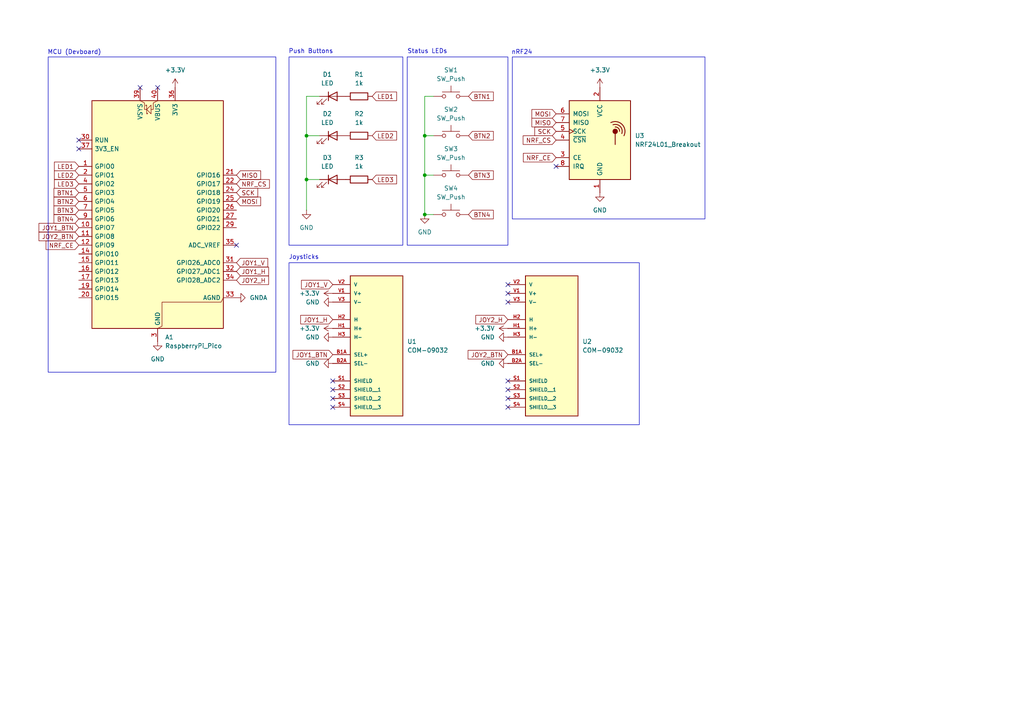
<source format=kicad_sch>
(kicad_sch (version 20250114) (generator "eeschema") (generator_version "9.0")
  (paper "A4")
  (lib_symbols
    (symbol "Device:LED" (pin_numbers (hide yes)) (pin_names (offset 1.016) (hide yes))
      (property "Reference" "D" (at 0 2.54 0))
      (property "Value" "LED" (at 0 -2.54 0))
      (symbol "LED_0_1"
        (polyline (pts (xy -3.048 -0.762) (xy -4.572 -2.286) (xy -3.81 -2.286) (xy -4.572 -2.286) (xy -4.572 -1.524)))
        (polyline (pts (xy -1.778 -0.762) (xy -3.302 -2.286) (xy -2.54 -2.286) (xy -3.302 -2.286) (xy -3.302 -1.524)))
        (polyline (pts (xy -1.27 0) (xy 1.27 0)))
        (polyline (pts (xy -1.27 -1.27) (xy -1.27 1.27)) (stroke (width 0.254)))
        (polyline (pts (xy 1.27 -1.27) (xy 1.27 1.27) (xy -1.27 0) (xy 1.27 -1.27)) (stroke (width 0.254)))
      )
      (symbol "LED_1_1"
        (pin passive line (at -3.81 0 0) (length 2.54) (name "K") (number "1"))
        (pin passive line (at 3.81 0 180) (length 2.54) (name "A") (number "2"))
      )
    )
    (symbol "Device:R" (pin_numbers (hide yes)) (pin_names (offset 0))
      (property "Reference" "R" (at 2.032 0 90))
      (property "Value" "R" (at 0 0 90))
      (symbol "R_0_1"
        (rectangle (start -1.016 -2.54) (end 1.016 2.54) (stroke (width 0.254)))
      )
      (symbol "R_1_1"
        (pin passive line (at 0 3.81 270) (length 1.27) (name "~") (number "1"))
        (pin passive line (at 0 -3.81 90) (length 1.27) (name "~") (number "2"))
      )
    )
    (symbol "MCU_Module:RaspberryPi_Pico" (pin_names (offset 0.762))
      (property "Reference" "A" (at -19.05 35.56 0))
      (property "Value" "RaspberryPi_Pico" (at 7.62 35.56 0))
      (symbol "RaspberryPi_Pico_0_1"
        (rectangle (start -19.05 34.29) (end 19.05 -31.75) (stroke (width 0.254)) (fill (type background)))
        (polyline (pts (xy -5.08 34.29) (xy -3.81 33.655) (xy -3.81 31.75) (xy -3.175 31.75)))
        (polyline (pts (xy -3.429 32.766) (xy -3.429 33.02) (xy -3.175 33.02) (xy -3.175 30.48) (xy -2.921 30.48) (xy -2.921 30.734)))
        (polyline (pts (xy -3.175 31.75) (xy -1.905 33.02) (xy -1.905 30.48) (xy -3.175 31.75)))
        (polyline (pts (xy 0 34.29) (xy -1.27 33.655) (xy -1.27 31.75) (xy -1.905 31.75)))
        (polyline (pts (xy 0 -31.75) (xy 1.27 -31.115) (xy 1.27 -24.13) (xy 18.415 -24.13) (xy 19.05 -22.86)))
      )
      (symbol "RaspberryPi_Pico_1_1"
        (pin passive line (at -22.86 22.86 0) (length 3.81) (name "RUN") (number "30"))
        (pin passive line (at -22.86 20.32 0) (length 3.81) (name "3V3_EN") (number "37"))
        (pin bidirectional line (at -22.86 15.24 0) (length 3.81) (name "GPIO0") (number "1"))
        (pin bidirectional line (at -22.86 12.7 0) (length 3.81) (name "GPIO1") (number "2"))
        (pin bidirectional line (at -22.86 10.16 0) (length 3.81) (name "GPIO2") (number "4"))
        (pin bidirectional line (at -22.86 7.62 0) (length 3.81) (name "GPIO3") (number "5"))
        (pin bidirectional line (at -22.86 5.08 0) (length 3.81) (name "GPIO4") (number "6"))
        (pin bidirectional line (at -22.86 2.54 0) (length 3.81) (name "GPIO5") (number "7"))
        (pin bidirectional line (at -22.86 0 0) (length 3.81) (name "GPIO6") (number "9"))
        (pin bidirectional line (at -22.86 -2.54 0) (length 3.81) (name "GPIO7") (number "10"))
        (pin bidirectional line (at -22.86 -5.08 0) (length 3.81) (name "GPIO8") (number "11"))
        (pin bidirectional line (at -22.86 -7.62 0) (length 3.81) (name "GPIO9") (number "12"))
        (pin bidirectional line (at -22.86 -10.16 0) (length 3.81) (name "GPIO10") (number "14"))
        (pin bidirectional line (at -22.86 -12.7 0) (length 3.81) (name "GPIO11") (number "15"))
        (pin bidirectional line (at -22.86 -15.24 0) (length 3.81) (name "GPIO12") (number "16"))
        (pin bidirectional line (at -22.86 -17.78 0) (length 3.81) (name "GPIO13") (number "17"))
        (pin bidirectional line (at -22.86 -20.32 0) (length 3.81) (name "GPIO14") (number "19"))
        (pin bidirectional line (at -22.86 -22.86 0) (length 3.81) (name "GPIO15") (number "20"))
        (pin power_in line (at -5.08 38.1 270) (length 3.81) (name "VSYS") (number "39"))
        (pin power_out line (at 0 38.1 270) (length 3.81) (name "VBUS") (number "40"))
        (pin passive line (at 0 -35.56 90) (length 3.81) (hide yes) (name "GND") (number "13"))
        (pin passive line (at 0 -35.56 90) (length 3.81) (hide yes) (name "GND") (number "18"))
        (pin passive line (at 0 -35.56 90) (length 3.81) (hide yes) (name "GND") (number "23"))
        (pin passive line (at 0 -35.56 90) (length 3.81) (hide yes) (name "GND") (number "28"))
        (pin power_out line (at 0 -35.56 90) (length 3.81) (name "GND") (number "3"))
        (pin passive line (at 0 -35.56 90) (length 3.81) (hide yes) (name "GND") (number "38"))
        (pin passive line (at 0 -35.56 90) (length 3.81) (hide yes) (name "GND") (number "8"))
        (pin power_out line (at 5.08 38.1 270) (length 3.81) (name "3V3") (number "36"))
        (pin bidirectional line (at 22.86 12.7 180) (length 3.81) (name "GPIO16") (number "21"))
        (pin bidirectional line (at 22.86 10.16 180) (length 3.81) (name "GPIO17") (number "22"))
        (pin bidirectional line (at 22.86 7.62 180) (length 3.81) (name "GPIO18") (number "24"))
        (pin bidirectional line (at 22.86 5.08 180) (length 3.81) (name "GPIO19") (number "25"))
        (pin bidirectional line (at 22.86 2.54 180) (length 3.81) (name "GPIO20") (number "26"))
        (pin bidirectional line (at 22.86 0 180) (length 3.81) (name "GPIO21") (number "27"))
        (pin bidirectional line (at 22.86 -2.54 180) (length 3.81) (name "GPIO22") (number "29"))
        (pin power_in line (at 22.86 -7.62 180) (length 3.81) (name "ADC_VREF") (number "35"))
        (pin bidirectional line (at 22.86 -12.7 180) (length 3.81) (name "GPIO26_ADC0") (number "31"))
        (pin bidirectional line (at 22.86 -15.24 180) (length 3.81) (name "GPIO27_ADC1") (number "32"))
        (pin bidirectional line (at 22.86 -17.78 180) (length 3.81) (name "GPIO28_ADC2") (number "34"))
        (pin power_out line (at 22.86 -22.86 180) (length 3.81) (name "AGND") (number "33"))
      )
    )
    (symbol "RF:NRF24L01_Breakout" (pin_names (offset 1.016))
      (property "Reference" "U" (at -8.89 12.7 0))
      (property "Value" "NRF24L01_Breakout" (at 3.81 12.7 0))
      (symbol "NRF24L01_Breakout_0_1"
        (rectangle (start -8.89 11.43) (end 8.89 -11.43) (stroke (width 0.254)) (fill (type background)))
        (arc (start 3.175 5.08) (mid 6.453 4.548) (end 6.985 1.27) (stroke (width 0.254)))
        (circle (center 4.445 2.54) (radius 0.635) (stroke (width 0.254)) (fill (type outline)))
        (polyline (pts (xy 4.445 1.905) (xy 4.445 -1.27)) (stroke (width 0.254)))
        (arc (start 3.81 4.445) (mid 5.8835 3.9785) (end 6.35 1.905) (stroke (width 0.254)))
        (arc (start 4.445 3.81) (mid 5.3558 3.4508) (end 5.715 2.54) (stroke (width 0.254)))
      )
      (symbol "NRF24L01_Breakout_1_1"
        (pin input line (at -12.7 7.62 0) (length 3.81) (name "MOSI") (number "6"))
        (pin output line (at -12.7 5.08 0) (length 3.81) (name "MISO") (number "7"))
        (pin input clock (at -12.7 2.54 0) (length 3.81) (name "SCK") (number "5"))
        (pin input line (at -12.7 0 0) (length 3.81) (name "~{CSN}") (number "4"))
        (pin input line (at -12.7 -5.08 0) (length 3.81) (name "CE") (number "3"))
        (pin output line (at -12.7 -7.62 0) (length 3.81) (name "IRQ") (number "8"))
        (pin power_in line (at 0 15.24 270) (length 3.81) (name "VCC") (number "2"))
        (pin power_in line (at 0 -15.24 90) (length 3.81) (name "GND") (number "1"))
      )
    )
    (symbol "Switch:SW_Push" (pin_numbers (hide yes)) (pin_names (offset 1.016) (hide yes))
      (property "Reference" "SW" (at 1.27 2.54 0))
      (property "Value" "SW_Push" (at 0 -1.524 0))
      (symbol "SW_Push_0_1"
        (circle (center -2.032 0) (radius 0.508))
        (polyline (pts (xy 0 1.27) (xy 0 3.048)))
        (circle (center 2.032 0) (radius 0.508))
        (polyline (pts (xy 2.54 1.27) (xy -2.54 1.27)))
        (pin passive line (at -5.08 0 0) (length 2.54) (name "1") (number "1"))
        (pin passive line (at 5.08 0 180) (length 2.54) (name "2") (number "2"))
      )
    )
    (symbol "power:+3.3V" (power) (pin_numbers (hide yes)) (pin_names (offset 0) (hide yes))
      (property "Value" "+3.3V" (at 0 3.556 0))
      (symbol "+3.3V_0_1"
        (polyline (pts (xy -0.762 1.27) (xy 0 2.54)))
        (polyline (pts (xy 0 2.54) (xy 0.762 1.27)))
        (polyline (pts (xy 0 0) (xy 0 2.54)))
      )
      (symbol "+3.3V_1_1"
        (pin power_in line (at 0 0 90) (length 0) (name "~") (number "1"))
      )
    )
    (symbol "power:GND" (power) (pin_numbers (hide yes)) (pin_names (offset 0) (hide yes))
      (property "Value" "GND" (at 0 -3.81 0))
      (symbol "GND_0_1"
        (polyline (pts (xy 0 0) (xy 0 -1.27) (xy 1.27 -1.27) (xy 0 -2.54) (xy -1.27 -1.27) (xy 0 -1.27)))
      )
      (symbol "GND_1_1"
        (pin power_in line (at 0 0 270) (length 0) (name "~") (number "1"))
      )
    )
    (symbol "power:GNDA" (power) (pin_numbers (hide yes)) (pin_names (offset 0) (hide yes))
      (property "Value" "GNDA" (at 0 -3.81 0))
      (symbol "GNDA_0_1"
        (polyline (pts (xy 0 0) (xy 0 -1.27) (xy 1.27 -1.27) (xy 0 -2.54) (xy -1.27 -1.27) (xy 0 -1.27)))
      )
      (symbol "GNDA_1_1"
        (pin power_in line (at 0 0 270) (length 0) (name "~") (number "1"))
      )
    )
    (symbol "stuff:COM-09032" (pin_names (offset 1.016))
      (property "Reference" "U" (at -7.62 16.002 0))
      (property "Value" "COM-09032" (at -7.62 -27.94 0))
      (symbol "COM-09032_0_0"
        (rectangle (start -7.62 -25.4) (end 7.62 15.24) (stroke (width 0.254)) (fill (type background)))
        (pin passive line (at -12.7 12.7 0) (length 5.08) (name "V") (number "V2"))
        (pin passive line (at -12.7 10.16 0) (length 5.08) (name "V+") (number "V1"))
        (pin passive line (at -12.7 7.62 0) (length 5.08) (name "V-") (number "V3"))
        (pin passive line (at -12.7 2.54 0) (length 5.08) (name "H") (number "H2"))
        (pin passive line (at -12.7 0 0) (length 5.08) (name "H+") (number "H1"))
        (pin passive line (at -12.7 -2.54 0) (length 5.08) (name "H-") (number "H3"))
        (pin passive line (at -12.7 -7.62 0) (length 5.08) (name "SEL+") (number "B1A"))
        (pin passive line (at -12.7 -10.16 0) (length 5.08) (name "SEL-") (number "B2A"))
        (pin passive line (at -12.7 -15.24 0) (length 5.08) (name "SHIELD") (number "S1"))
        (pin passive line (at -12.7 -17.78 0) (length 5.08) (name "SHIELD__1") (number "S2"))
        (pin passive line (at -12.7 -20.32 0) (length 5.08) (name "SHIELD__2") (number "S3"))
        (pin passive line (at -12.7 -22.86 0) (length 5.08) (name "SHIELD__3") (number "S4"))
      )
    )
  )
  (rectangle (start 83.82 76.2) (end 185.42 123.19))
  (rectangle (start 148.59 16.51) (end 204.47 63.5))
  (rectangle (start 118.11 16.51) (end 147.32 71.12))
  (rectangle (start 83.82 16.51) (end 116.84 71.12))
  (rectangle (start 13.97 16.51) (end 80.01 107.95))
  (text "Joysticks" (at 88.138 74.676 0) (effects (font (size 1.27 1.27))))
  (text "Status LEDs" (at 123.952 14.986 0) (effects (font (size 1.27 1.27))))
  (text "Push Buttons" (at 90.17 14.986 0) (effects (font (size 1.27 1.27))))
  (text "nRF24" (at 151.384 15.24 0) (effects (font (size 1.27 1.27))))
  (text "MCU (Devboard)" (at 21.59 15.24 0) (effects (font (size 1.27 1.27))))
  (junction (at 88.9 52.07))
  (junction (at 88.9 39.37))
  (junction (at 123.19 50.8))
  (junction (at 123.19 39.37))
  (junction (at 123.19 62.23))
  (no_connect (at 147.32 82.55))
  (no_connect (at 22.86 40.64))
  (no_connect (at 68.58 71.12))
  (no_connect (at 96.52 118.11))
  (no_connect (at 147.32 85.09))
  (no_connect (at 96.52 110.49))
  (no_connect (at 147.32 115.57))
  (no_connect (at 147.32 118.11))
  (no_connect (at 45.72 25.4))
  (no_connect (at 147.32 87.63))
  (no_connect (at 147.32 113.03))
  (no_connect (at 40.64 25.4))
  (no_connect (at 96.52 113.03))
  (no_connect (at 22.86 43.18))
  (no_connect (at 161.29 48.26))
  (no_connect (at 96.52 115.57))
  (no_connect (at 147.32 110.49))
  (wire (pts (xy 125.73 39.37) (xy 123.19 39.37)))
  (wire (pts (xy 88.9 39.37) (xy 88.9 27.94)))
  (wire (pts (xy 125.73 50.8) (xy 123.19 50.8)))
  (wire (pts (xy 123.19 50.8) (xy 123.19 62.23)))
  (wire (pts (xy 88.9 60.96) (xy 88.9 52.07)))
  (wire (pts (xy 123.19 27.94) (xy 125.73 27.94)))
  (wire (pts (xy 88.9 27.94) (xy 92.71 27.94)))
  (wire (pts (xy 88.9 39.37) (xy 92.71 39.37)))
  (wire (pts (xy 123.19 39.37) (xy 123.19 50.8)))
  (wire (pts (xy 125.73 62.23) (xy 123.19 62.23)))
  (wire (pts (xy 88.9 52.07) (xy 92.71 52.07)))
  (wire (pts (xy 123.19 27.94) (xy 123.19 39.37)))
  (wire (pts (xy 88.9 52.07) (xy 88.9 39.37)))
  (global_label "JOY1_V" (shape input) (at 96.52 82.55 180) (property "Intersheetrefs" "${INTERSHEET_REFS}" (effects (hide yes))))
  (global_label "JOY1_V" (shape input) (at 68.58 76.2 0) (property "Intersheetrefs" "${INTERSHEET_REFS}" (effects (hide yes))))
  (global_label "JOY2_H" (shape input) (at 68.58 81.28 0) (property "Intersheetrefs" "${INTERSHEET_REFS}" (effects (hide yes))))
  (global_label "LED1" (shape input) (at 107.95 27.94 0) (property "Intersheetrefs" "${INTERSHEET_REFS}" (effects (hide yes))))
  (global_label "LED2" (shape input) (at 22.86 50.8 180) (property "Intersheetrefs" "${INTERSHEET_REFS}" (effects (hide yes))))
  (global_label "BTN3" (shape input) (at 22.86 60.96 180) (property "Intersheetrefs" "${INTERSHEET_REFS}" (effects (hide yes))))
  (global_label "JOY2_BTN" (shape input) (at 147.32 102.87 180) (property "Intersheetrefs" "${INTERSHEET_REFS}" (effects (hide yes))))
  (global_label "SCK" (shape input) (at 68.58 55.88 0) (property "Intersheetrefs" "${INTERSHEET_REFS}" (effects (hide yes))))
  (global_label "MOSI" (shape input) (at 161.29 33.02 180) (property "Intersheetrefs" "${INTERSHEET_REFS}" (effects (hide yes))))
  (global_label "BTN4" (shape input) (at 22.86 63.5 180) (property "Intersheetrefs" "${INTERSHEET_REFS}" (effects (hide yes))))
  (global_label "JOY2_H" (shape input) (at 147.32 92.71 180) (property "Intersheetrefs" "${INTERSHEET_REFS}" (effects (hide yes))))
  (global_label "BTN2" (shape input) (at 22.86 58.42 180) (property "Intersheetrefs" "${INTERSHEET_REFS}" (effects (hide yes))))
  (global_label "JOY1_H" (shape input) (at 68.58 78.74 0) (property "Intersheetrefs" "${INTERSHEET_REFS}" (effects (hide yes))))
  (global_label "MISO" (shape input) (at 161.29 35.56 180) (property "Intersheetrefs" "${INTERSHEET_REFS}" (effects (hide yes))))
  (global_label "SCK" (shape input) (at 161.29 38.1 180) (property "Intersheetrefs" "${INTERSHEET_REFS}" (effects (hide yes))))
  (global_label "NRF_CE" (shape input) (at 22.86 71.12 180) (property "Intersheetrefs" "${INTERSHEET_REFS}" (effects (hide yes))))
  (global_label "LED3" (shape input) (at 107.95 52.07 0) (property "Intersheetrefs" "${INTERSHEET_REFS}" (effects (hide yes))))
  (global_label "MISO" (shape input) (at 68.58 50.8 0) (property "Intersheetrefs" "${INTERSHEET_REFS}" (effects (hide yes))))
  (global_label "NRF_CE" (shape input) (at 161.29 45.72 180) (property "Intersheetrefs" "${INTERSHEET_REFS}" (effects (hide yes))))
  (global_label "NRF_CS" (shape input) (at 68.58 53.34 0) (property "Intersheetrefs" "${INTERSHEET_REFS}" (effects (hide yes))))
  (global_label "BTN4" (shape input) (at 135.89 62.23 0) (property "Intersheetrefs" "${INTERSHEET_REFS}" (effects (hide yes))))
  (global_label "LED2" (shape input) (at 107.95 39.37 0) (property "Intersheetrefs" "${INTERSHEET_REFS}" (effects (hide yes))))
  (global_label "JOY1_BTN" (shape input) (at 22.86 66.04 180) (property "Intersheetrefs" "${INTERSHEET_REFS}" (effects (hide yes))))
  (global_label "JOY2_BTN" (shape input) (at 22.86 68.58 180) (property "Intersheetrefs" "${INTERSHEET_REFS}" (effects (hide yes))))
  (global_label "LED1" (shape input) (at 22.86 48.26 180) (property "Intersheetrefs" "${INTERSHEET_REFS}" (effects (hide yes))))
  (global_label "BTN1" (shape input) (at 22.86 55.88 180) (property "Intersheetrefs" "${INTERSHEET_REFS}" (effects (hide yes))))
  (global_label "BTN2" (shape input) (at 135.89 39.37 0) (property "Intersheetrefs" "${INTERSHEET_REFS}" (effects (hide yes))))
  (global_label "JOY1_BTN" (shape input) (at 96.52 102.87 180) (property "Intersheetrefs" "${INTERSHEET_REFS}" (effects (hide yes))))
  (global_label "NRF_CS" (shape input) (at 161.29 40.64 180) (property "Intersheetrefs" "${INTERSHEET_REFS}" (effects (hide yes))))
  (global_label "MOSI" (shape input) (at 68.58 58.42 0) (property "Intersheetrefs" "${INTERSHEET_REFS}" (effects (hide yes))))
  (global_label "JOY1_H" (shape input) (at 96.52 92.71 180) (property "Intersheetrefs" "${INTERSHEET_REFS}" (effects (hide yes))))
  (global_label "BTN1" (shape input) (at 135.89 27.94 0) (property "Intersheetrefs" "${INTERSHEET_REFS}" (effects (hide yes))))
  (global_label "BTN3" (shape input) (at 135.89 50.8 0) (property "Intersheetrefs" "${INTERSHEET_REFS}" (effects (hide yes))))
  (global_label "LED3" (shape input) (at 22.86 53.34 180) (property "Intersheetrefs" "${INTERSHEET_REFS}" (effects (hide yes))))
  (symbol (lib_id "power:+3.3V") (at 173.99 25.4 0) (unit 1)
    (property "Reference" "#PWR016" (effects (hide yes)))
    (property "Value" "+3.3V" (at 173.99 20.32 0))
    (property "Description" "Power symbol creates a global label with name \"+3.3V\"" (effects (hide yes)))
  )
  (symbol (lib_id "Device:R") (at 104.14 52.07 90) (unit 1)
    (property "Reference" "R3" (at 104.14 45.72 90))
    (property "Value" "1k" (at 104.14 48.26 90))
    (property "Footprint" "Resistor_THT:R_Axial_DIN0204_L3.6mm_D1.6mm_P7.62mm_Horizontal" (effects (hide yes)))
    (property "Description" "Resistor" (effects (hide yes)))
  )
  (symbol (lib_id "power:+3.3V") (at 147.32 95.25 90) (unit 1)
    (property "Reference" "#PWR015" (effects (hide yes)))
    (property "Value" "+3.3V" (at 143.51 95.2499 90) (effects (justify left)))
    (property "Description" "Power symbol creates a global label with name \"+3.3V\"" (effects (hide yes)))
  )
  (symbol (lib_id "power:GND") (at 45.72 99.06 0) (unit 1)
    (property "Reference" "#PWR02" (effects (hide yes)))
    (property "Value" "GND" (at 45.72 104.14 0))
    (property "Description" "Power symbol creates a global label with name \"GND\" , ground" (effects (hide yes)))
  )
  (symbol (lib_id "Device:LED") (at 96.52 39.37 0) (unit 1)
    (property "Reference" "D2" (at 94.9325 33.02 0))
    (property "Value" "LED" (at 94.9325 35.56 0))
    (property "Footprint" "LED_THT:LED_D5.0mm" (effects (hide yes)))
    (property "Description" "Light emitting diode" (effects (hide yes)))
    (property "Sim.Pins" "1=K 2=A" (effects (hide yes)))
  )
  (symbol (lib_id "power:GND") (at 173.99 55.88 0) (unit 1)
    (property "Reference" "#PWR017" (effects (hide yes)))
    (property "Value" "GND" (at 173.99 60.96 0))
    (property "Description" "Power symbol creates a global label with name \"GND\" , ground" (effects (hide yes)))
  )
  (symbol (lib_id "Device:R") (at 104.14 27.94 90) (unit 1)
    (property "Reference" "R1" (at 104.14 21.59 90))
    (property "Value" "1k" (at 104.14 24.13 90))
    (property "Footprint" "Resistor_THT:R_Axial_DIN0204_L3.6mm_D1.6mm_P7.62mm_Horizontal" (effects (hide yes)))
    (property "Description" "Resistor" (effects (hide yes)))
  )
  (symbol (lib_id "Switch:SW_Push") (at 130.81 62.23 0) (unit 1)
    (property "Reference" "SW4" (at 130.81 54.61 0))
    (property "Value" "SW_Push" (at 130.81 57.15 0))
    (property "Footprint" "Button_Switch_THT:SW_PUSH_6mm" (effects (hide yes)))
    (property "Description" "Push button switch, generic, two pins" (effects (hide yes)))
  )
  (symbol (lib_id "power:GND") (at 96.52 105.41 270) (unit 1)
    (property "Reference" "#PWR06" (effects (hide yes)))
    (property "Value" "GND" (at 92.71 105.4099 90) (effects (justify right)))
    (property "Description" "Power symbol creates a global label with name \"GND\" , ground" (effects (hide yes)))
  )
  (symbol (lib_id "power:+3.3V") (at 96.52 85.09 90) (unit 1)
    (property "Reference" "#PWR012" (effects (hide yes)))
    (property "Value" "+3.3V" (at 92.71 85.0899 90) (effects (justify left)))
    (property "Description" "Power symbol creates a global label with name \"+3.3V\"" (effects (hide yes)))
  )
  (symbol (lib_id "Device:R") (at 104.14 39.37 90) (unit 1)
    (property "Reference" "R2" (at 104.14 33.02 90))
    (property "Value" "1k" (at 104.14 35.56 90))
    (property "Footprint" "Resistor_THT:R_Axial_DIN0204_L3.6mm_D1.6mm_P7.62mm_Horizontal" (effects (hide yes)))
    (property "Description" "Resistor" (effects (hide yes)))
  )
  (symbol (lib_id "power:GND") (at 123.19 62.23 0) (unit 1)
    (property "Reference" "#PWR04" (effects (hide yes)))
    (property "Value" "GND" (at 123.19 67.31 0))
    (property "Description" "Power symbol creates a global label with name \"GND\" , ground" (effects (hide yes)))
  )
  (symbol (lib_id "power:+3.3V") (at 96.52 95.25 90) (unit 1)
    (property "Reference" "#PWR013" (effects (hide yes)))
    (property "Value" "+3.3V" (at 92.71 95.2499 90) (effects (justify left)))
    (property "Description" "Power symbol creates a global label with name \"+3.3V\"" (effects (hide yes)))
  )
  (symbol (lib_id "RF:NRF24L01_Breakout") (at 173.99 40.64 0) (unit 1)
    (property "Reference" "U3" (at 184.15 39.3699 0) (effects (justify left)))
    (property "Value" "NRF24L01_Breakout" (at 184.15 41.9099 0) (effects (justify left)))
    (property "Footprint" "stuff:nRF24L01_SMD_Breakout" (effects (hide yes)))
    (property "Datasheet" "http://www.nordicsemi.com/eng/content/download/2730/34105/file/nRF24L01_Product_Specification_v2_0.pdf" (effects (hide yes)))
    (property "Description" "Ultra low power 2.4GHz RF Transceiver, Carrier PCB" (effects (hide yes)))
  )
  (symbol (lib_id "stuff:COM-09032") (at 160.02 95.25 0) (unit 1)
    (property "Reference" "U2" (at 168.91 99.0599 0) (effects (justify left)))
    (property "Value" "COM-09032" (at 168.91 101.5999 0) (effects (justify left)))
    (property "Footprint" "stuff:XDCR_COM-09032" (effects (hide yes)))
    (property "PARTREV" "N/A" (effects (hide yes)))
    (property "STANDARD" "Manufacturer Recommendations" (effects (hide yes)))
    (property "MAXIMUM_PACKAGE_HEIGHT" "30.1mm" (effects (hide yes)))
    (property "MANUFACTURER" "SparkFun Electronics" (effects (hide yes)))
  )
  (symbol (lib_id "Device:LED") (at 96.52 27.94 0) (unit 1)
    (property "Reference" "D1" (at 94.9325 21.59 0))
    (property "Value" "LED" (at 94.9325 24.13 0))
    (property "Footprint" "LED_THT:LED_D5.0mm" (effects (hide yes)))
    (property "Description" "Light emitting diode" (effects (hide yes)))
    (property "Sim.Pins" "1=K 2=A" (effects (hide yes)))
  )
  (symbol (lib_id "MCU_Module:RaspberryPi_Pico") (at 45.72 63.5 0) (unit 1)
    (property "Reference" "A1" (at 47.8633 97.79 0) (effects (justify left)))
    (property "Value" "RaspberryPi_Pico" (at 47.8633 100.33 0) (effects (justify left)))
    (property "Footprint" "Module:RaspberryPi_Pico_Common_Unspecified" (effects (hide yes)))
    (property "Datasheet" "https://datasheets.raspberrypi.com/pico/pico-datasheet.pdf" (effects (hide yes)))
    (property "Description" "Versatile and inexpensive microcontroller module powered by RP2040 dual-core Arm Cortex-M0+ processor up to 133 MHz, 264kB SRAM, 2MB QSPI flash; also supports Raspberry Pi Pico 2" (effects (hide yes)))
  )
  (symbol (lib_id "Switch:SW_Push") (at 130.81 39.37 0) (unit 1)
    (property "Reference" "SW2" (at 130.81 31.75 0))
    (property "Value" "SW_Push" (at 130.81 34.29 0))
    (property "Footprint" "Button_Switch_THT:SW_PUSH_6mm" (effects (hide yes)))
    (property "Description" "Push button switch, generic, two pins" (effects (hide yes)))
  )
  (symbol (lib_id "power:GNDA") (at 68.58 86.36 90) (unit 1)
    (property "Reference" "#PWR03" (effects (hide yes)))
    (property "Value" "GNDA" (at 72.39 86.3599 90) (effects (justify right)))
    (property "Description" "Power symbol creates a global label with name \"GNDA\" , analog ground" (effects (hide yes)))
  )
  (symbol (lib_id "power:GND") (at 96.52 87.63 270) (unit 1)
    (property "Reference" "#PWR010" (effects (hide yes)))
    (property "Value" "GND" (at 92.71 87.6299 90) (effects (justify right)))
    (property "Description" "Power symbol creates a global label with name \"GND\" , ground" (effects (hide yes)))
  )
  (symbol (lib_id "stuff:COM-09032") (at 109.22 95.25 0) (unit 1)
    (property "Reference" "U1" (at 118.11 99.0599 0) (effects (justify left)))
    (property "Value" "COM-09032" (at 118.11 101.5999 0) (effects (justify left)))
    (property "Footprint" "stuff:XDCR_COM-09032" (effects (hide yes)))
    (property "PARTREV" "N/A" (effects (hide yes)))
    (property "STANDARD" "Manufacturer Recommendations" (effects (hide yes)))
    (property "MAXIMUM_PACKAGE_HEIGHT" "30.1mm" (effects (hide yes)))
    (property "MANUFACTURER" "SparkFun Electronics" (effects (hide yes)))
  )
  (symbol (lib_id "Switch:SW_Push") (at 130.81 27.94 0) (unit 1)
    (property "Reference" "SW1" (at 130.81 20.32 0))
    (property "Value" "SW_Push" (at 130.81 22.86 0))
    (property "Footprint" "Button_Switch_THT:SW_PUSH_6mm" (effects (hide yes)))
    (property "Description" "Push button switch, generic, two pins" (effects (hide yes)))
  )
  (symbol (lib_id "power:GND") (at 147.32 97.79 270) (unit 1)
    (property "Reference" "#PWR08" (effects (hide yes)))
    (property "Value" "GND" (at 143.51 97.7899 90) (effects (justify right)))
    (property "Description" "Power symbol creates a global label with name \"GND\" , ground" (effects (hide yes)))
  )
  (symbol (lib_id "power:GND") (at 88.9 60.96 0) (unit 1)
    (property "Reference" "#PWR05" (effects (hide yes)))
    (property "Value" "GND" (at 88.9 66.04 0))
    (property "Description" "Power symbol creates a global label with name \"GND\" , ground" (effects (hide yes)))
  )
  (symbol (lib_id "power:GND") (at 147.32 105.41 270) (unit 1)
    (property "Reference" "#PWR07" (effects (hide yes)))
    (property "Value" "GND" (at 143.51 105.4099 90) (effects (justify right)))
    (property "Description" "Power symbol creates a global label with name \"GND\" , ground" (effects (hide yes)))
  )
  (symbol (lib_id "power:+3.3V") (at 50.8 25.4 0) (unit 1)
    (property "Reference" "#PWR01" (effects (hide yes)))
    (property "Value" "+3.3V" (at 50.8 20.32 0))
    (property "Description" "Power symbol creates a global label with name \"+3.3V\"" (effects (hide yes)))
  )
  (symbol (lib_id "Device:LED") (at 96.52 52.07 0) (unit 1)
    (property "Reference" "D3" (at 94.9325 45.72 0))
    (property "Value" "LED" (at 94.9325 48.26 0))
    (property "Footprint" "LED_THT:LED_D5.0mm" (effects (hide yes)))
    (property "Description" "Light emitting diode" (effects (hide yes)))
    (property "Sim.Pins" "1=K 2=A" (effects (hide yes)))
  )
  (symbol (lib_id "Switch:SW_Push") (at 130.81 50.8 0) (unit 1)
    (property "Reference" "SW3" (at 130.81 43.18 0))
    (property "Value" "SW_Push" (at 130.81 45.72 0))
    (property "Footprint" "Button_Switch_THT:SW_PUSH_6mm" (effects (hide yes)))
    (property "Description" "Push button switch, generic, two pins" (effects (hide yes)))
  )
  (symbol (lib_id "power:GND") (at 96.52 97.79 270) (unit 1)
    (property "Reference" "#PWR011" (effects (hide yes)))
    (property "Value" "GND" (at 92.71 97.7899 90) (effects (justify right)))
    (property "Description" "Power symbol creates a global label with name \"GND\" , ground" (effects (hide yes)))
  )
)
</source>
